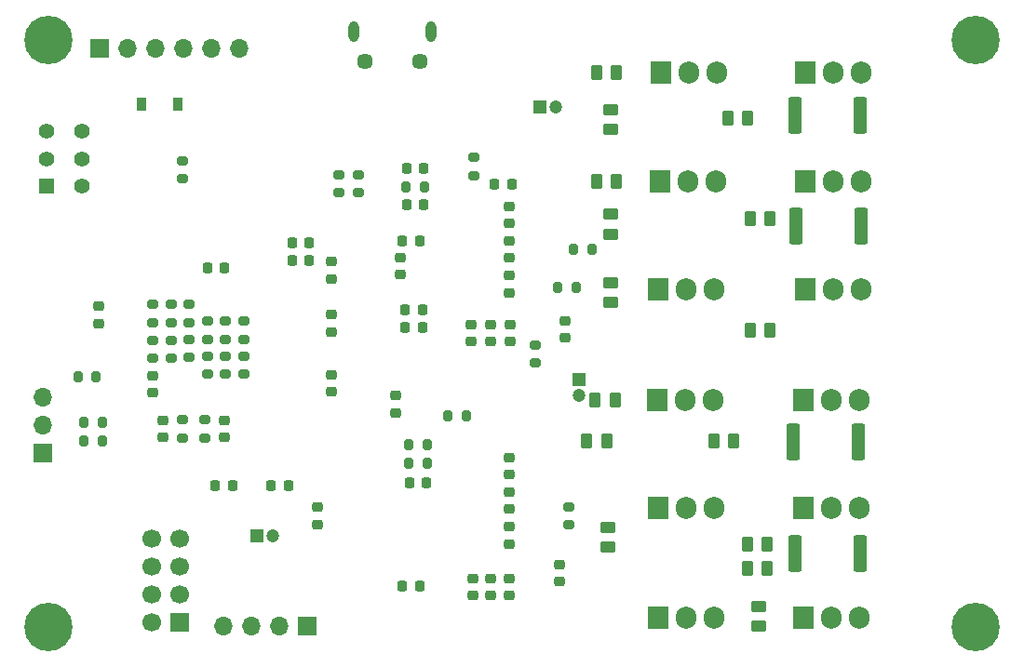
<source format=gbr>
%TF.GenerationSoftware,KiCad,Pcbnew,(6.0.10)*%
%TF.CreationDate,2023-01-28T14:49:13-05:00*%
%TF.ProjectId,electrium-esc,656c6563-7472-4697-956d-2d6573632e6b,rev?*%
%TF.SameCoordinates,Original*%
%TF.FileFunction,Soldermask,Bot*%
%TF.FilePolarity,Negative*%
%FSLAX46Y46*%
G04 Gerber Fmt 4.6, Leading zero omitted, Abs format (unit mm)*
G04 Created by KiCad (PCBNEW (6.0.10)) date 2023-01-28 14:49:13*
%MOMM*%
%LPD*%
G01*
G04 APERTURE LIST*
G04 Aperture macros list*
%AMRoundRect*
0 Rectangle with rounded corners*
0 $1 Rounding radius*
0 $2 $3 $4 $5 $6 $7 $8 $9 X,Y pos of 4 corners*
0 Add a 4 corners polygon primitive as box body*
4,1,4,$2,$3,$4,$5,$6,$7,$8,$9,$2,$3,0*
0 Add four circle primitives for the rounded corners*
1,1,$1+$1,$2,$3*
1,1,$1+$1,$4,$5*
1,1,$1+$1,$6,$7*
1,1,$1+$1,$8,$9*
0 Add four rect primitives between the rounded corners*
20,1,$1+$1,$2,$3,$4,$5,0*
20,1,$1+$1,$4,$5,$6,$7,0*
20,1,$1+$1,$6,$7,$8,$9,0*
20,1,$1+$1,$8,$9,$2,$3,0*%
G04 Aperture macros list end*
%ADD10C,1.700000*%
%ADD11R,1.700000X1.700000*%
%ADD12C,4.400000*%
%ADD13C,2.600000*%
%ADD14RoundRect,0.250000X0.362500X1.425000X-0.362500X1.425000X-0.362500X-1.425000X0.362500X-1.425000X0*%
%ADD15O,1.905000X2.000000*%
%ADD16R,1.905000X2.000000*%
%ADD17O,1.700000X1.700000*%
%ADD18R,1.200000X1.200000*%
%ADD19C,1.200000*%
%ADD20RoundRect,0.225000X0.250000X-0.225000X0.250000X0.225000X-0.250000X0.225000X-0.250000X-0.225000X0*%
%ADD21R,1.400000X1.400000*%
%ADD22C,1.400000*%
%ADD23RoundRect,0.225000X0.225000X0.250000X-0.225000X0.250000X-0.225000X-0.250000X0.225000X-0.250000X0*%
%ADD24O,0.950000X1.900000*%
%ADD25C,1.450000*%
%ADD26RoundRect,0.225000X-0.225000X-0.250000X0.225000X-0.250000X0.225000X0.250000X-0.225000X0.250000X0*%
%ADD27RoundRect,0.250000X0.262500X0.450000X-0.262500X0.450000X-0.262500X-0.450000X0.262500X-0.450000X0*%
%ADD28RoundRect,0.200000X-0.275000X0.200000X-0.275000X-0.200000X0.275000X-0.200000X0.275000X0.200000X0*%
%ADD29RoundRect,0.200000X0.275000X-0.200000X0.275000X0.200000X-0.275000X0.200000X-0.275000X-0.200000X0*%
%ADD30RoundRect,0.200000X-0.200000X-0.275000X0.200000X-0.275000X0.200000X0.275000X-0.200000X0.275000X0*%
%ADD31RoundRect,0.250000X-0.450000X0.262500X-0.450000X-0.262500X0.450000X-0.262500X0.450000X0.262500X0*%
%ADD32RoundRect,0.200000X0.200000X0.275000X-0.200000X0.275000X-0.200000X-0.275000X0.200000X-0.275000X0*%
%ADD33RoundRect,0.250000X0.450000X-0.262500X0.450000X0.262500X-0.450000X0.262500X-0.450000X-0.262500X0*%
%ADD34RoundRect,0.225000X-0.250000X0.225000X-0.250000X-0.225000X0.250000X-0.225000X0.250000X0.225000X0*%
%ADD35RoundRect,0.250000X-0.262500X-0.450000X0.262500X-0.450000X0.262500X0.450000X-0.262500X0.450000X0*%
%ADD36R,0.900000X1.200000*%
G04 APERTURE END LIST*
D10*
%TO.C,U5*%
X115870000Y-94017000D03*
X118410000Y-94017000D03*
X115870000Y-96557000D03*
X118410000Y-96557000D03*
X115870000Y-99097000D03*
X118410000Y-99097000D03*
X115870000Y-101637000D03*
D11*
X118410000Y-101637000D03*
%TD*%
D12*
%TO.C,REF\u002A\u002A*%
X190804800Y-48666400D03*
D13*
X190804800Y-48666400D03*
%TD*%
D12*
%TO.C,REF\u002A\u002A*%
X190804800Y-102057200D03*
D13*
X190804800Y-102057200D03*
%TD*%
D12*
%TO.C,asd*%
X106476800Y-102057200D03*
D13*
X106476800Y-102057200D03*
%TD*%
D12*
%TO.C,REF\u002A\u002A*%
X106476800Y-48666400D03*
D13*
X106476800Y-48666400D03*
%TD*%
D14*
%TO.C,R61*%
X180127500Y-85217000D03*
X174202500Y-85217000D03*
%TD*%
%TO.C,R60*%
X180254500Y-95377000D03*
X174329500Y-95377000D03*
%TD*%
%TO.C,R59*%
X180254500Y-55499000D03*
X174329500Y-55499000D03*
%TD*%
%TO.C,R58*%
X180381500Y-65532000D03*
X174456500Y-65532000D03*
%TD*%
D15*
%TO.C,Q4*%
X180340000Y-51562000D03*
X177800000Y-51562000D03*
D16*
X175260000Y-51562000D03*
%TD*%
D11*
%TO.C,J4*%
X105968800Y-86192600D03*
D17*
X105968800Y-83652600D03*
X105968800Y-81112600D03*
%TD*%
D15*
%TO.C,Q5*%
X180340000Y-61468000D03*
X177800000Y-61468000D03*
D16*
X175260000Y-61468000D03*
%TD*%
D18*
%TO.C,C58*%
X154686000Y-79502000D03*
D19*
X154686000Y-81002000D03*
%TD*%
D15*
%TO.C,Q1*%
X167259000Y-51562000D03*
X164719000Y-51562000D03*
D16*
X162179000Y-51562000D03*
%TD*%
D18*
%TO.C,C75*%
X125388401Y-93726000D03*
D19*
X126888401Y-93726000D03*
%TD*%
D15*
%TO.C,Q8*%
X167005000Y-91257000D03*
X164465000Y-91257000D03*
D16*
X161925000Y-91257000D03*
%TD*%
D20*
%TO.C,C3*%
X110998000Y-74435000D03*
X110998000Y-72885000D03*
%TD*%
D11*
%TO.C,J5*%
X130038000Y-101981000D03*
D17*
X127498000Y-101981000D03*
X124958000Y-101981000D03*
X122418000Y-101981000D03*
%TD*%
D11*
%TO.C,J1*%
X111125000Y-49403000D03*
D17*
X113665000Y-49403000D03*
X116205000Y-49403000D03*
X118745000Y-49403000D03*
X121285000Y-49403000D03*
X123825000Y-49403000D03*
%TD*%
D18*
%TO.C,C35*%
X151130000Y-54737000D03*
D19*
X152630000Y-54737000D03*
%TD*%
D15*
%TO.C,Q11*%
X180213000Y-91242000D03*
X177673000Y-91242000D03*
D16*
X175133000Y-91242000D03*
%TD*%
D15*
%TO.C,Q9*%
X167005000Y-101219000D03*
X164465000Y-101219000D03*
D16*
X161925000Y-101219000D03*
%TD*%
D15*
%TO.C,Q7*%
X166878000Y-81407000D03*
X164338000Y-81407000D03*
D16*
X161798000Y-81407000D03*
%TD*%
D21*
%TO.C,SW1*%
X106249200Y-61970500D03*
D22*
X106249200Y-59470500D03*
X106249200Y-56970500D03*
X109549200Y-61970500D03*
X109549200Y-59470500D03*
X109549200Y-56970500D03*
%TD*%
D15*
%TO.C,Q6*%
X180340000Y-71303000D03*
X177800000Y-71303000D03*
D16*
X175260000Y-71303000D03*
%TD*%
D23*
%TO.C,C62*%
X140221000Y-98298000D03*
X138671000Y-98298000D03*
%TD*%
D24*
%TO.C,J2*%
X134218800Y-47910000D03*
X141218800Y-47910000D03*
D25*
X135218800Y-50610000D03*
X140218800Y-50610000D03*
%TD*%
D15*
%TO.C,Q10*%
X180213000Y-81407000D03*
X177673000Y-81407000D03*
D16*
X175133000Y-81407000D03*
%TD*%
D15*
%TO.C,Q2*%
X167132000Y-61468000D03*
X164592000Y-61468000D03*
D16*
X162052000Y-61468000D03*
%TD*%
D15*
%TO.C,Q3*%
X167005000Y-71303000D03*
X164465000Y-71303000D03*
D16*
X161925000Y-71303000D03*
%TD*%
D15*
%TO.C,Q12*%
X180213000Y-101219000D03*
X177673000Y-101219000D03*
D16*
X175133000Y-101219000D03*
%TD*%
D26*
%TO.C,C12*%
X126733000Y-89154000D03*
X128283000Y-89154000D03*
%TD*%
D27*
%TO.C,R39*%
X172108500Y-75057000D03*
X170283500Y-75057000D03*
%TD*%
D23*
%TO.C,C8*%
X122491800Y-69392800D03*
X120941800Y-69392800D03*
%TD*%
D28*
%TO.C,R66*%
X118618000Y-59627000D03*
X118618000Y-61277000D03*
%TD*%
D27*
%TO.C,R38*%
X172108500Y-64897000D03*
X170283500Y-64897000D03*
%TD*%
D26*
%TO.C,C60*%
X139280600Y-88900000D03*
X140830600Y-88900000D03*
%TD*%
D20*
%TO.C,C39*%
X138430000Y-69990000D03*
X138430000Y-68440000D03*
%TD*%
%TO.C,C26*%
X146685000Y-76073000D03*
X146685000Y-74523000D03*
%TD*%
%TO.C,C77*%
X122478800Y-84785200D03*
X122478800Y-83235200D03*
%TD*%
D29*
%TO.C,R11*%
X115951000Y-77598000D03*
X115951000Y-75948000D03*
%TD*%
D26*
%TO.C,C11*%
X121653000Y-89154000D03*
X123203000Y-89154000D03*
%TD*%
D20*
%TO.C,C69*%
X146685000Y-99187000D03*
X146685000Y-97637000D03*
%TD*%
D30*
%TO.C,R65*%
X109157000Y-79248000D03*
X110807000Y-79248000D03*
%TD*%
D29*
%TO.C,R72*%
X120700800Y-84835200D03*
X120700800Y-83185200D03*
%TD*%
D28*
%TO.C,R29*%
X122555000Y-74232000D03*
X122555000Y-75882000D03*
%TD*%
D31*
%TO.C,R51*%
X171069000Y-100179500D03*
X171069000Y-102004500D03*
%TD*%
D32*
%TO.C,R10*%
X155892000Y-67691000D03*
X154242000Y-67691000D03*
%TD*%
D29*
%TO.C,R13*%
X117602000Y-77597000D03*
X117602000Y-75947000D03*
%TD*%
D33*
%TO.C,R42*%
X157607000Y-72540500D03*
X157607000Y-70715500D03*
%TD*%
D34*
%TO.C,C40*%
X148336000Y-70091000D03*
X148336000Y-71641000D03*
%TD*%
D30*
%TO.C,R64*%
X109687382Y-85090000D03*
X111337382Y-85090000D03*
%TD*%
D34*
%TO.C,C13*%
X130937000Y-91173000D03*
X130937000Y-92723000D03*
%TD*%
%TO.C,C63*%
X148336000Y-92951000D03*
X148336000Y-94501000D03*
%TD*%
D35*
%TO.C,R34*%
X156313500Y-51633000D03*
X158138500Y-51633000D03*
%TD*%
D29*
%TO.C,R71*%
X118668800Y-84835200D03*
X118668800Y-83185200D03*
%TD*%
D31*
%TO.C,R40*%
X157607000Y-54967500D03*
X157607000Y-56792500D03*
%TD*%
D32*
%TO.C,R2*%
X140652000Y-61976000D03*
X139002000Y-61976000D03*
%TD*%
D20*
%TO.C,C27*%
X148463000Y-76073000D03*
X148463000Y-74523000D03*
%TD*%
D34*
%TO.C,C36*%
X148336000Y-63754000D03*
X148336000Y-65304000D03*
%TD*%
D29*
%TO.C,R17*%
X119253000Y-77533000D03*
X119253000Y-75883000D03*
%TD*%
D30*
%TO.C,R19*%
X142812000Y-82804000D03*
X144462000Y-82804000D03*
%TD*%
D29*
%TO.C,R56*%
X132842000Y-62547000D03*
X132842000Y-60897000D03*
%TD*%
%TO.C,R8*%
X115951000Y-74359000D03*
X115951000Y-72709000D03*
%TD*%
D20*
%TO.C,C68*%
X145034000Y-99187000D03*
X145034000Y-97637000D03*
%TD*%
D29*
%TO.C,R15*%
X119253000Y-74358000D03*
X119253000Y-72708000D03*
%TD*%
D27*
%TO.C,R49*%
X157249500Y-85090000D03*
X155424500Y-85090000D03*
%TD*%
%TO.C,R47*%
X171854500Y-94488000D03*
X170029500Y-94488000D03*
%TD*%
D36*
%TO.C,D4*%
X114936000Y-54483000D03*
X118236000Y-54483000D03*
%TD*%
D34*
%TO.C,C16*%
X132207000Y-68821000D03*
X132207000Y-70371000D03*
%TD*%
%TO.C,C59*%
X148336000Y-86614000D03*
X148336000Y-88164000D03*
%TD*%
D27*
%TO.C,R48*%
X171854500Y-96718000D03*
X170029500Y-96718000D03*
%TD*%
D34*
%TO.C,C65*%
X152908000Y-96380000D03*
X152908000Y-97930000D03*
%TD*%
D28*
%TO.C,R33*%
X120904000Y-74232000D03*
X120904000Y-75882000D03*
%TD*%
D34*
%TO.C,C14*%
X132207000Y-79108000D03*
X132207000Y-80658000D03*
%TD*%
D26*
%TO.C,C43*%
X138925000Y-73152000D03*
X140475000Y-73152000D03*
%TD*%
D32*
%TO.C,R22*%
X140880600Y-85496400D03*
X139230600Y-85496400D03*
%TD*%
D26*
%TO.C,C37*%
X138671000Y-66929000D03*
X140221000Y-66929000D03*
%TD*%
D20*
%TO.C,C70*%
X148336000Y-99187000D03*
X148336000Y-97637000D03*
%TD*%
D34*
%TO.C,C61*%
X148336000Y-89789000D03*
X148336000Y-91339000D03*
%TD*%
D29*
%TO.C,R12*%
X117602000Y-74359000D03*
X117602000Y-72709000D03*
%TD*%
D20*
%TO.C,C25*%
X144907000Y-76060000D03*
X144907000Y-74510000D03*
%TD*%
D23*
%TO.C,C22*%
X130188000Y-68707000D03*
X128638000Y-68707000D03*
%TD*%
D28*
%TO.C,R31*%
X120904000Y-77407000D03*
X120904000Y-79057000D03*
%TD*%
%TO.C,R28*%
X122555000Y-77407000D03*
X122555000Y-79057000D03*
%TD*%
D23*
%TO.C,C44*%
X140475000Y-74777600D03*
X138925000Y-74777600D03*
%TD*%
D28*
%TO.C,R24*%
X124206000Y-77407000D03*
X124206000Y-79057000D03*
%TD*%
D23*
%TO.C,C34*%
X148603000Y-61722000D03*
X147053000Y-61722000D03*
%TD*%
D28*
%TO.C,R27*%
X124206000Y-74232000D03*
X124206000Y-75882000D03*
%TD*%
D31*
%TO.C,R41*%
X157607000Y-64492500D03*
X157607000Y-66317500D03*
%TD*%
D28*
%TO.C,R26*%
X153797000Y-91123000D03*
X153797000Y-92773000D03*
%TD*%
D26*
%TO.C,C31*%
X139067904Y-60325000D03*
X140617904Y-60325000D03*
%TD*%
D23*
%TO.C,C21*%
X130188000Y-67056000D03*
X128638000Y-67056000D03*
%TD*%
D30*
%TO.C,R23*%
X139230600Y-87172800D03*
X140880600Y-87172800D03*
%TD*%
D32*
%TO.C,R9*%
X154444200Y-71120000D03*
X152794200Y-71120000D03*
%TD*%
D29*
%TO.C,R5*%
X145161000Y-60960000D03*
X145161000Y-59310000D03*
%TD*%
D34*
%TO.C,C20*%
X115951000Y-79172000D03*
X115951000Y-80722000D03*
%TD*%
D35*
%TO.C,R46*%
X166981500Y-85090000D03*
X168806500Y-85090000D03*
%TD*%
D20*
%TO.C,C76*%
X116890800Y-84785200D03*
X116890800Y-83235200D03*
%TD*%
D35*
%TO.C,R37*%
X168251500Y-55753000D03*
X170076500Y-55753000D03*
%TD*%
D34*
%TO.C,C55*%
X138049000Y-81013000D03*
X138049000Y-82563000D03*
%TD*%
D35*
%TO.C,R43*%
X156186500Y-81407000D03*
X158011500Y-81407000D03*
%TD*%
D34*
%TO.C,C38*%
X148336000Y-66929000D03*
X148336000Y-68479000D03*
%TD*%
%TO.C,C15*%
X132207000Y-73647000D03*
X132207000Y-75197000D03*
%TD*%
%TO.C,C42*%
X153466800Y-74167400D03*
X153466800Y-75717400D03*
%TD*%
D27*
%TO.C,R35*%
X158138500Y-61468000D03*
X156313500Y-61468000D03*
%TD*%
D30*
%TO.C,R63*%
X109687382Y-83439000D03*
X111337382Y-83439000D03*
%TD*%
D29*
%TO.C,R16*%
X150749000Y-78041000D03*
X150749000Y-76391000D03*
%TD*%
%TO.C,R55*%
X134620000Y-62547000D03*
X134620000Y-60897000D03*
%TD*%
D26*
%TO.C,C32*%
X139067904Y-63627000D03*
X140617904Y-63627000D03*
%TD*%
D31*
%TO.C,R50*%
X157353000Y-92964000D03*
X157353000Y-94789000D03*
%TD*%
M02*

</source>
